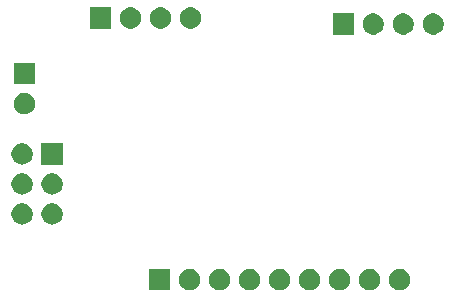
<source format=gbr>
G04 #@! TF.GenerationSoftware,KiCad,Pcbnew,(5.1.5)-3*
G04 #@! TF.CreationDate,2020-08-03T01:27:49-04:00*
G04 #@! TF.ProjectId,Arduino Clone,41726475-696e-46f2-9043-6c6f6e652e6b,rev?*
G04 #@! TF.SameCoordinates,Original*
G04 #@! TF.FileFunction,Soldermask,Bot*
G04 #@! TF.FilePolarity,Negative*
%FSLAX46Y46*%
G04 Gerber Fmt 4.6, Leading zero omitted, Abs format (unit mm)*
G04 Created by KiCad (PCBNEW (5.1.5)-3) date 2020-08-03 01:27:49*
%MOMM*%
%LPD*%
G04 APERTURE LIST*
%ADD10C,0.100000*%
G04 APERTURE END LIST*
D10*
G36*
X171433512Y-125353927D02*
G01*
X171582812Y-125383624D01*
X171746784Y-125451544D01*
X171894354Y-125550147D01*
X172019853Y-125675646D01*
X172118456Y-125823216D01*
X172186376Y-125987188D01*
X172221000Y-126161259D01*
X172221000Y-126338741D01*
X172186376Y-126512812D01*
X172118456Y-126676784D01*
X172019853Y-126824354D01*
X171894354Y-126949853D01*
X171746784Y-127048456D01*
X171582812Y-127116376D01*
X171433512Y-127146073D01*
X171408742Y-127151000D01*
X171231258Y-127151000D01*
X171206488Y-127146073D01*
X171057188Y-127116376D01*
X170893216Y-127048456D01*
X170745646Y-126949853D01*
X170620147Y-126824354D01*
X170521544Y-126676784D01*
X170453624Y-126512812D01*
X170419000Y-126338741D01*
X170419000Y-126161259D01*
X170453624Y-125987188D01*
X170521544Y-125823216D01*
X170620147Y-125675646D01*
X170745646Y-125550147D01*
X170893216Y-125451544D01*
X171057188Y-125383624D01*
X171206488Y-125353927D01*
X171231258Y-125349000D01*
X171408742Y-125349000D01*
X171433512Y-125353927D01*
G37*
G36*
X166353512Y-125353927D02*
G01*
X166502812Y-125383624D01*
X166666784Y-125451544D01*
X166814354Y-125550147D01*
X166939853Y-125675646D01*
X167038456Y-125823216D01*
X167106376Y-125987188D01*
X167141000Y-126161259D01*
X167141000Y-126338741D01*
X167106376Y-126512812D01*
X167038456Y-126676784D01*
X166939853Y-126824354D01*
X166814354Y-126949853D01*
X166666784Y-127048456D01*
X166502812Y-127116376D01*
X166353512Y-127146073D01*
X166328742Y-127151000D01*
X166151258Y-127151000D01*
X166126488Y-127146073D01*
X165977188Y-127116376D01*
X165813216Y-127048456D01*
X165665646Y-126949853D01*
X165540147Y-126824354D01*
X165441544Y-126676784D01*
X165373624Y-126512812D01*
X165339000Y-126338741D01*
X165339000Y-126161259D01*
X165373624Y-125987188D01*
X165441544Y-125823216D01*
X165540147Y-125675646D01*
X165665646Y-125550147D01*
X165813216Y-125451544D01*
X165977188Y-125383624D01*
X166126488Y-125353927D01*
X166151258Y-125349000D01*
X166328742Y-125349000D01*
X166353512Y-125353927D01*
G37*
G36*
X163813512Y-125353927D02*
G01*
X163962812Y-125383624D01*
X164126784Y-125451544D01*
X164274354Y-125550147D01*
X164399853Y-125675646D01*
X164498456Y-125823216D01*
X164566376Y-125987188D01*
X164601000Y-126161259D01*
X164601000Y-126338741D01*
X164566376Y-126512812D01*
X164498456Y-126676784D01*
X164399853Y-126824354D01*
X164274354Y-126949853D01*
X164126784Y-127048456D01*
X163962812Y-127116376D01*
X163813512Y-127146073D01*
X163788742Y-127151000D01*
X163611258Y-127151000D01*
X163586488Y-127146073D01*
X163437188Y-127116376D01*
X163273216Y-127048456D01*
X163125646Y-126949853D01*
X163000147Y-126824354D01*
X162901544Y-126676784D01*
X162833624Y-126512812D01*
X162799000Y-126338741D01*
X162799000Y-126161259D01*
X162833624Y-125987188D01*
X162901544Y-125823216D01*
X163000147Y-125675646D01*
X163125646Y-125550147D01*
X163273216Y-125451544D01*
X163437188Y-125383624D01*
X163586488Y-125353927D01*
X163611258Y-125349000D01*
X163788742Y-125349000D01*
X163813512Y-125353927D01*
G37*
G36*
X161273512Y-125353927D02*
G01*
X161422812Y-125383624D01*
X161586784Y-125451544D01*
X161734354Y-125550147D01*
X161859853Y-125675646D01*
X161958456Y-125823216D01*
X162026376Y-125987188D01*
X162061000Y-126161259D01*
X162061000Y-126338741D01*
X162026376Y-126512812D01*
X161958456Y-126676784D01*
X161859853Y-126824354D01*
X161734354Y-126949853D01*
X161586784Y-127048456D01*
X161422812Y-127116376D01*
X161273512Y-127146073D01*
X161248742Y-127151000D01*
X161071258Y-127151000D01*
X161046488Y-127146073D01*
X160897188Y-127116376D01*
X160733216Y-127048456D01*
X160585646Y-126949853D01*
X160460147Y-126824354D01*
X160361544Y-126676784D01*
X160293624Y-126512812D01*
X160259000Y-126338741D01*
X160259000Y-126161259D01*
X160293624Y-125987188D01*
X160361544Y-125823216D01*
X160460147Y-125675646D01*
X160585646Y-125550147D01*
X160733216Y-125451544D01*
X160897188Y-125383624D01*
X161046488Y-125353927D01*
X161071258Y-125349000D01*
X161248742Y-125349000D01*
X161273512Y-125353927D01*
G37*
G36*
X158733512Y-125353927D02*
G01*
X158882812Y-125383624D01*
X159046784Y-125451544D01*
X159194354Y-125550147D01*
X159319853Y-125675646D01*
X159418456Y-125823216D01*
X159486376Y-125987188D01*
X159521000Y-126161259D01*
X159521000Y-126338741D01*
X159486376Y-126512812D01*
X159418456Y-126676784D01*
X159319853Y-126824354D01*
X159194354Y-126949853D01*
X159046784Y-127048456D01*
X158882812Y-127116376D01*
X158733512Y-127146073D01*
X158708742Y-127151000D01*
X158531258Y-127151000D01*
X158506488Y-127146073D01*
X158357188Y-127116376D01*
X158193216Y-127048456D01*
X158045646Y-126949853D01*
X157920147Y-126824354D01*
X157821544Y-126676784D01*
X157753624Y-126512812D01*
X157719000Y-126338741D01*
X157719000Y-126161259D01*
X157753624Y-125987188D01*
X157821544Y-125823216D01*
X157920147Y-125675646D01*
X158045646Y-125550147D01*
X158193216Y-125451544D01*
X158357188Y-125383624D01*
X158506488Y-125353927D01*
X158531258Y-125349000D01*
X158708742Y-125349000D01*
X158733512Y-125353927D01*
G37*
G36*
X156193512Y-125353927D02*
G01*
X156342812Y-125383624D01*
X156506784Y-125451544D01*
X156654354Y-125550147D01*
X156779853Y-125675646D01*
X156878456Y-125823216D01*
X156946376Y-125987188D01*
X156981000Y-126161259D01*
X156981000Y-126338741D01*
X156946376Y-126512812D01*
X156878456Y-126676784D01*
X156779853Y-126824354D01*
X156654354Y-126949853D01*
X156506784Y-127048456D01*
X156342812Y-127116376D01*
X156193512Y-127146073D01*
X156168742Y-127151000D01*
X155991258Y-127151000D01*
X155966488Y-127146073D01*
X155817188Y-127116376D01*
X155653216Y-127048456D01*
X155505646Y-126949853D01*
X155380147Y-126824354D01*
X155281544Y-126676784D01*
X155213624Y-126512812D01*
X155179000Y-126338741D01*
X155179000Y-126161259D01*
X155213624Y-125987188D01*
X155281544Y-125823216D01*
X155380147Y-125675646D01*
X155505646Y-125550147D01*
X155653216Y-125451544D01*
X155817188Y-125383624D01*
X155966488Y-125353927D01*
X155991258Y-125349000D01*
X156168742Y-125349000D01*
X156193512Y-125353927D01*
G37*
G36*
X153653512Y-125353927D02*
G01*
X153802812Y-125383624D01*
X153966784Y-125451544D01*
X154114354Y-125550147D01*
X154239853Y-125675646D01*
X154338456Y-125823216D01*
X154406376Y-125987188D01*
X154441000Y-126161259D01*
X154441000Y-126338741D01*
X154406376Y-126512812D01*
X154338456Y-126676784D01*
X154239853Y-126824354D01*
X154114354Y-126949853D01*
X153966784Y-127048456D01*
X153802812Y-127116376D01*
X153653512Y-127146073D01*
X153628742Y-127151000D01*
X153451258Y-127151000D01*
X153426488Y-127146073D01*
X153277188Y-127116376D01*
X153113216Y-127048456D01*
X152965646Y-126949853D01*
X152840147Y-126824354D01*
X152741544Y-126676784D01*
X152673624Y-126512812D01*
X152639000Y-126338741D01*
X152639000Y-126161259D01*
X152673624Y-125987188D01*
X152741544Y-125823216D01*
X152840147Y-125675646D01*
X152965646Y-125550147D01*
X153113216Y-125451544D01*
X153277188Y-125383624D01*
X153426488Y-125353927D01*
X153451258Y-125349000D01*
X153628742Y-125349000D01*
X153653512Y-125353927D01*
G37*
G36*
X151901000Y-127151000D02*
G01*
X150099000Y-127151000D01*
X150099000Y-125349000D01*
X151901000Y-125349000D01*
X151901000Y-127151000D01*
G37*
G36*
X168893512Y-125353927D02*
G01*
X169042812Y-125383624D01*
X169206784Y-125451544D01*
X169354354Y-125550147D01*
X169479853Y-125675646D01*
X169578456Y-125823216D01*
X169646376Y-125987188D01*
X169681000Y-126161259D01*
X169681000Y-126338741D01*
X169646376Y-126512812D01*
X169578456Y-126676784D01*
X169479853Y-126824354D01*
X169354354Y-126949853D01*
X169206784Y-127048456D01*
X169042812Y-127116376D01*
X168893512Y-127146073D01*
X168868742Y-127151000D01*
X168691258Y-127151000D01*
X168666488Y-127146073D01*
X168517188Y-127116376D01*
X168353216Y-127048456D01*
X168205646Y-126949853D01*
X168080147Y-126824354D01*
X167981544Y-126676784D01*
X167913624Y-126512812D01*
X167879000Y-126338741D01*
X167879000Y-126161259D01*
X167913624Y-125987188D01*
X167981544Y-125823216D01*
X168080147Y-125675646D01*
X168205646Y-125550147D01*
X168353216Y-125451544D01*
X168517188Y-125383624D01*
X168666488Y-125353927D01*
X168691258Y-125349000D01*
X168868742Y-125349000D01*
X168893512Y-125353927D01*
G37*
G36*
X139473512Y-119783927D02*
G01*
X139622812Y-119813624D01*
X139786784Y-119881544D01*
X139934354Y-119980147D01*
X140059853Y-120105646D01*
X140158456Y-120253216D01*
X140226376Y-120417188D01*
X140261000Y-120591259D01*
X140261000Y-120768741D01*
X140226376Y-120942812D01*
X140158456Y-121106784D01*
X140059853Y-121254354D01*
X139934354Y-121379853D01*
X139786784Y-121478456D01*
X139622812Y-121546376D01*
X139473512Y-121576073D01*
X139448742Y-121581000D01*
X139271258Y-121581000D01*
X139246488Y-121576073D01*
X139097188Y-121546376D01*
X138933216Y-121478456D01*
X138785646Y-121379853D01*
X138660147Y-121254354D01*
X138561544Y-121106784D01*
X138493624Y-120942812D01*
X138459000Y-120768741D01*
X138459000Y-120591259D01*
X138493624Y-120417188D01*
X138561544Y-120253216D01*
X138660147Y-120105646D01*
X138785646Y-119980147D01*
X138933216Y-119881544D01*
X139097188Y-119813624D01*
X139246488Y-119783927D01*
X139271258Y-119779000D01*
X139448742Y-119779000D01*
X139473512Y-119783927D01*
G37*
G36*
X142013512Y-119783927D02*
G01*
X142162812Y-119813624D01*
X142326784Y-119881544D01*
X142474354Y-119980147D01*
X142599853Y-120105646D01*
X142698456Y-120253216D01*
X142766376Y-120417188D01*
X142801000Y-120591259D01*
X142801000Y-120768741D01*
X142766376Y-120942812D01*
X142698456Y-121106784D01*
X142599853Y-121254354D01*
X142474354Y-121379853D01*
X142326784Y-121478456D01*
X142162812Y-121546376D01*
X142013512Y-121576073D01*
X141988742Y-121581000D01*
X141811258Y-121581000D01*
X141786488Y-121576073D01*
X141637188Y-121546376D01*
X141473216Y-121478456D01*
X141325646Y-121379853D01*
X141200147Y-121254354D01*
X141101544Y-121106784D01*
X141033624Y-120942812D01*
X140999000Y-120768741D01*
X140999000Y-120591259D01*
X141033624Y-120417188D01*
X141101544Y-120253216D01*
X141200147Y-120105646D01*
X141325646Y-119980147D01*
X141473216Y-119881544D01*
X141637188Y-119813624D01*
X141786488Y-119783927D01*
X141811258Y-119779000D01*
X141988742Y-119779000D01*
X142013512Y-119783927D01*
G37*
G36*
X139473512Y-117243927D02*
G01*
X139622812Y-117273624D01*
X139786784Y-117341544D01*
X139934354Y-117440147D01*
X140059853Y-117565646D01*
X140158456Y-117713216D01*
X140226376Y-117877188D01*
X140261000Y-118051259D01*
X140261000Y-118228741D01*
X140226376Y-118402812D01*
X140158456Y-118566784D01*
X140059853Y-118714354D01*
X139934354Y-118839853D01*
X139786784Y-118938456D01*
X139622812Y-119006376D01*
X139473512Y-119036073D01*
X139448742Y-119041000D01*
X139271258Y-119041000D01*
X139246488Y-119036073D01*
X139097188Y-119006376D01*
X138933216Y-118938456D01*
X138785646Y-118839853D01*
X138660147Y-118714354D01*
X138561544Y-118566784D01*
X138493624Y-118402812D01*
X138459000Y-118228741D01*
X138459000Y-118051259D01*
X138493624Y-117877188D01*
X138561544Y-117713216D01*
X138660147Y-117565646D01*
X138785646Y-117440147D01*
X138933216Y-117341544D01*
X139097188Y-117273624D01*
X139246488Y-117243927D01*
X139271258Y-117239000D01*
X139448742Y-117239000D01*
X139473512Y-117243927D01*
G37*
G36*
X142013512Y-117243927D02*
G01*
X142162812Y-117273624D01*
X142326784Y-117341544D01*
X142474354Y-117440147D01*
X142599853Y-117565646D01*
X142698456Y-117713216D01*
X142766376Y-117877188D01*
X142801000Y-118051259D01*
X142801000Y-118228741D01*
X142766376Y-118402812D01*
X142698456Y-118566784D01*
X142599853Y-118714354D01*
X142474354Y-118839853D01*
X142326784Y-118938456D01*
X142162812Y-119006376D01*
X142013512Y-119036073D01*
X141988742Y-119041000D01*
X141811258Y-119041000D01*
X141786488Y-119036073D01*
X141637188Y-119006376D01*
X141473216Y-118938456D01*
X141325646Y-118839853D01*
X141200147Y-118714354D01*
X141101544Y-118566784D01*
X141033624Y-118402812D01*
X140999000Y-118228741D01*
X140999000Y-118051259D01*
X141033624Y-117877188D01*
X141101544Y-117713216D01*
X141200147Y-117565646D01*
X141325646Y-117440147D01*
X141473216Y-117341544D01*
X141637188Y-117273624D01*
X141786488Y-117243927D01*
X141811258Y-117239000D01*
X141988742Y-117239000D01*
X142013512Y-117243927D01*
G37*
G36*
X142801000Y-116501000D02*
G01*
X140999000Y-116501000D01*
X140999000Y-114699000D01*
X142801000Y-114699000D01*
X142801000Y-116501000D01*
G37*
G36*
X139473512Y-114703927D02*
G01*
X139622812Y-114733624D01*
X139786784Y-114801544D01*
X139934354Y-114900147D01*
X140059853Y-115025646D01*
X140158456Y-115173216D01*
X140226376Y-115337188D01*
X140261000Y-115511259D01*
X140261000Y-115688741D01*
X140226376Y-115862812D01*
X140158456Y-116026784D01*
X140059853Y-116174354D01*
X139934354Y-116299853D01*
X139786784Y-116398456D01*
X139622812Y-116466376D01*
X139473512Y-116496073D01*
X139448742Y-116501000D01*
X139271258Y-116501000D01*
X139246488Y-116496073D01*
X139097188Y-116466376D01*
X138933216Y-116398456D01*
X138785646Y-116299853D01*
X138660147Y-116174354D01*
X138561544Y-116026784D01*
X138493624Y-115862812D01*
X138459000Y-115688741D01*
X138459000Y-115511259D01*
X138493624Y-115337188D01*
X138561544Y-115173216D01*
X138660147Y-115025646D01*
X138785646Y-114900147D01*
X138933216Y-114801544D01*
X139097188Y-114733624D01*
X139246488Y-114703927D01*
X139271258Y-114699000D01*
X139448742Y-114699000D01*
X139473512Y-114703927D01*
G37*
G36*
X139663512Y-110443927D02*
G01*
X139812812Y-110473624D01*
X139976784Y-110541544D01*
X140124354Y-110640147D01*
X140249853Y-110765646D01*
X140348456Y-110913216D01*
X140416376Y-111077188D01*
X140451000Y-111251259D01*
X140451000Y-111428741D01*
X140416376Y-111602812D01*
X140348456Y-111766784D01*
X140249853Y-111914354D01*
X140124354Y-112039853D01*
X139976784Y-112138456D01*
X139812812Y-112206376D01*
X139663512Y-112236073D01*
X139638742Y-112241000D01*
X139461258Y-112241000D01*
X139436488Y-112236073D01*
X139287188Y-112206376D01*
X139123216Y-112138456D01*
X138975646Y-112039853D01*
X138850147Y-111914354D01*
X138751544Y-111766784D01*
X138683624Y-111602812D01*
X138649000Y-111428741D01*
X138649000Y-111251259D01*
X138683624Y-111077188D01*
X138751544Y-110913216D01*
X138850147Y-110765646D01*
X138975646Y-110640147D01*
X139123216Y-110541544D01*
X139287188Y-110473624D01*
X139436488Y-110443927D01*
X139461258Y-110439000D01*
X139638742Y-110439000D01*
X139663512Y-110443927D01*
G37*
G36*
X140451000Y-109701000D02*
G01*
X138649000Y-109701000D01*
X138649000Y-107899000D01*
X140451000Y-107899000D01*
X140451000Y-109701000D01*
G37*
G36*
X171743512Y-103703927D02*
G01*
X171892812Y-103733624D01*
X172056784Y-103801544D01*
X172204354Y-103900147D01*
X172329853Y-104025646D01*
X172428456Y-104173216D01*
X172496376Y-104337188D01*
X172531000Y-104511259D01*
X172531000Y-104688741D01*
X172496376Y-104862812D01*
X172428456Y-105026784D01*
X172329853Y-105174354D01*
X172204354Y-105299853D01*
X172056784Y-105398456D01*
X171892812Y-105466376D01*
X171743512Y-105496073D01*
X171718742Y-105501000D01*
X171541258Y-105501000D01*
X171516488Y-105496073D01*
X171367188Y-105466376D01*
X171203216Y-105398456D01*
X171055646Y-105299853D01*
X170930147Y-105174354D01*
X170831544Y-105026784D01*
X170763624Y-104862812D01*
X170729000Y-104688741D01*
X170729000Y-104511259D01*
X170763624Y-104337188D01*
X170831544Y-104173216D01*
X170930147Y-104025646D01*
X171055646Y-103900147D01*
X171203216Y-103801544D01*
X171367188Y-103733624D01*
X171516488Y-103703927D01*
X171541258Y-103699000D01*
X171718742Y-103699000D01*
X171743512Y-103703927D01*
G37*
G36*
X174283512Y-103703927D02*
G01*
X174432812Y-103733624D01*
X174596784Y-103801544D01*
X174744354Y-103900147D01*
X174869853Y-104025646D01*
X174968456Y-104173216D01*
X175036376Y-104337188D01*
X175071000Y-104511259D01*
X175071000Y-104688741D01*
X175036376Y-104862812D01*
X174968456Y-105026784D01*
X174869853Y-105174354D01*
X174744354Y-105299853D01*
X174596784Y-105398456D01*
X174432812Y-105466376D01*
X174283512Y-105496073D01*
X174258742Y-105501000D01*
X174081258Y-105501000D01*
X174056488Y-105496073D01*
X173907188Y-105466376D01*
X173743216Y-105398456D01*
X173595646Y-105299853D01*
X173470147Y-105174354D01*
X173371544Y-105026784D01*
X173303624Y-104862812D01*
X173269000Y-104688741D01*
X173269000Y-104511259D01*
X173303624Y-104337188D01*
X173371544Y-104173216D01*
X173470147Y-104025646D01*
X173595646Y-103900147D01*
X173743216Y-103801544D01*
X173907188Y-103733624D01*
X174056488Y-103703927D01*
X174081258Y-103699000D01*
X174258742Y-103699000D01*
X174283512Y-103703927D01*
G37*
G36*
X169203512Y-103703927D02*
G01*
X169352812Y-103733624D01*
X169516784Y-103801544D01*
X169664354Y-103900147D01*
X169789853Y-104025646D01*
X169888456Y-104173216D01*
X169956376Y-104337188D01*
X169991000Y-104511259D01*
X169991000Y-104688741D01*
X169956376Y-104862812D01*
X169888456Y-105026784D01*
X169789853Y-105174354D01*
X169664354Y-105299853D01*
X169516784Y-105398456D01*
X169352812Y-105466376D01*
X169203512Y-105496073D01*
X169178742Y-105501000D01*
X169001258Y-105501000D01*
X168976488Y-105496073D01*
X168827188Y-105466376D01*
X168663216Y-105398456D01*
X168515646Y-105299853D01*
X168390147Y-105174354D01*
X168291544Y-105026784D01*
X168223624Y-104862812D01*
X168189000Y-104688741D01*
X168189000Y-104511259D01*
X168223624Y-104337188D01*
X168291544Y-104173216D01*
X168390147Y-104025646D01*
X168515646Y-103900147D01*
X168663216Y-103801544D01*
X168827188Y-103733624D01*
X168976488Y-103703927D01*
X169001258Y-103699000D01*
X169178742Y-103699000D01*
X169203512Y-103703927D01*
G37*
G36*
X167451000Y-105501000D02*
G01*
X165649000Y-105501000D01*
X165649000Y-103699000D01*
X167451000Y-103699000D01*
X167451000Y-105501000D01*
G37*
G36*
X151193512Y-103203927D02*
G01*
X151342812Y-103233624D01*
X151506784Y-103301544D01*
X151654354Y-103400147D01*
X151779853Y-103525646D01*
X151878456Y-103673216D01*
X151946376Y-103837188D01*
X151981000Y-104011259D01*
X151981000Y-104188741D01*
X151946376Y-104362812D01*
X151878456Y-104526784D01*
X151779853Y-104674354D01*
X151654354Y-104799853D01*
X151506784Y-104898456D01*
X151342812Y-104966376D01*
X151193512Y-104996073D01*
X151168742Y-105001000D01*
X150991258Y-105001000D01*
X150966488Y-104996073D01*
X150817188Y-104966376D01*
X150653216Y-104898456D01*
X150505646Y-104799853D01*
X150380147Y-104674354D01*
X150281544Y-104526784D01*
X150213624Y-104362812D01*
X150179000Y-104188741D01*
X150179000Y-104011259D01*
X150213624Y-103837188D01*
X150281544Y-103673216D01*
X150380147Y-103525646D01*
X150505646Y-103400147D01*
X150653216Y-103301544D01*
X150817188Y-103233624D01*
X150966488Y-103203927D01*
X150991258Y-103199000D01*
X151168742Y-103199000D01*
X151193512Y-103203927D01*
G37*
G36*
X153733512Y-103203927D02*
G01*
X153882812Y-103233624D01*
X154046784Y-103301544D01*
X154194354Y-103400147D01*
X154319853Y-103525646D01*
X154418456Y-103673216D01*
X154486376Y-103837188D01*
X154521000Y-104011259D01*
X154521000Y-104188741D01*
X154486376Y-104362812D01*
X154418456Y-104526784D01*
X154319853Y-104674354D01*
X154194354Y-104799853D01*
X154046784Y-104898456D01*
X153882812Y-104966376D01*
X153733512Y-104996073D01*
X153708742Y-105001000D01*
X153531258Y-105001000D01*
X153506488Y-104996073D01*
X153357188Y-104966376D01*
X153193216Y-104898456D01*
X153045646Y-104799853D01*
X152920147Y-104674354D01*
X152821544Y-104526784D01*
X152753624Y-104362812D01*
X152719000Y-104188741D01*
X152719000Y-104011259D01*
X152753624Y-103837188D01*
X152821544Y-103673216D01*
X152920147Y-103525646D01*
X153045646Y-103400147D01*
X153193216Y-103301544D01*
X153357188Y-103233624D01*
X153506488Y-103203927D01*
X153531258Y-103199000D01*
X153708742Y-103199000D01*
X153733512Y-103203927D01*
G37*
G36*
X148653512Y-103203927D02*
G01*
X148802812Y-103233624D01*
X148966784Y-103301544D01*
X149114354Y-103400147D01*
X149239853Y-103525646D01*
X149338456Y-103673216D01*
X149406376Y-103837188D01*
X149441000Y-104011259D01*
X149441000Y-104188741D01*
X149406376Y-104362812D01*
X149338456Y-104526784D01*
X149239853Y-104674354D01*
X149114354Y-104799853D01*
X148966784Y-104898456D01*
X148802812Y-104966376D01*
X148653512Y-104996073D01*
X148628742Y-105001000D01*
X148451258Y-105001000D01*
X148426488Y-104996073D01*
X148277188Y-104966376D01*
X148113216Y-104898456D01*
X147965646Y-104799853D01*
X147840147Y-104674354D01*
X147741544Y-104526784D01*
X147673624Y-104362812D01*
X147639000Y-104188741D01*
X147639000Y-104011259D01*
X147673624Y-103837188D01*
X147741544Y-103673216D01*
X147840147Y-103525646D01*
X147965646Y-103400147D01*
X148113216Y-103301544D01*
X148277188Y-103233624D01*
X148426488Y-103203927D01*
X148451258Y-103199000D01*
X148628742Y-103199000D01*
X148653512Y-103203927D01*
G37*
G36*
X146901000Y-105001000D02*
G01*
X145099000Y-105001000D01*
X145099000Y-103199000D01*
X146901000Y-103199000D01*
X146901000Y-105001000D01*
G37*
M02*

</source>
